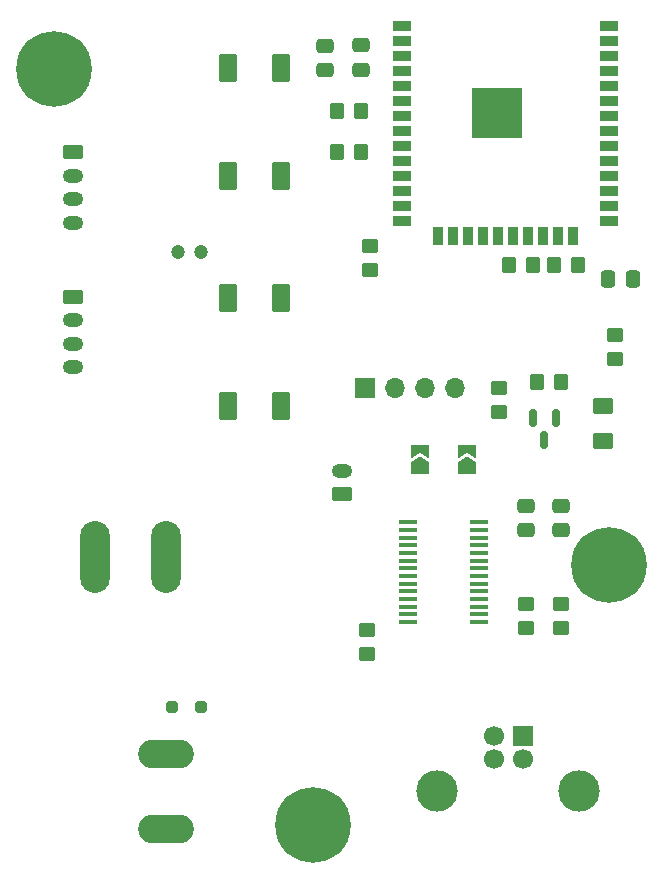
<source format=gts>
G04 #@! TF.GenerationSoftware,KiCad,Pcbnew,8.0.5+dfsg-1*
G04 #@! TF.CreationDate,2025-08-13T00:48:16+00:00*
G04 #@! TF.ProjectId,telescope,74656c65-7363-46f7-9065-2e6b69636164,rev?*
G04 #@! TF.SameCoordinates,Original*
G04 #@! TF.FileFunction,Soldermask,Top*
G04 #@! TF.FilePolarity,Negative*
%FSLAX46Y46*%
G04 Gerber Fmt 4.6, Leading zero omitted, Abs format (unit mm)*
G04 Created by KiCad (PCBNEW 8.0.5+dfsg-1) date 2025-08-13 00:48:16*
%MOMM*%
%LPD*%
G01*
G04 APERTURE LIST*
G04 Aperture macros list*
%AMRoundRect*
0 Rectangle with rounded corners*
0 $1 Rounding radius*
0 $2 $3 $4 $5 $6 $7 $8 $9 X,Y pos of 4 corners*
0 Add a 4 corners polygon primitive as box body*
4,1,4,$2,$3,$4,$5,$6,$7,$8,$9,$2,$3,0*
0 Add four circle primitives for the rounded corners*
1,1,$1+$1,$2,$3*
1,1,$1+$1,$4,$5*
1,1,$1+$1,$6,$7*
1,1,$1+$1,$8,$9*
0 Add four rect primitives between the rounded corners*
20,1,$1+$1,$2,$3,$4,$5,0*
20,1,$1+$1,$4,$5,$6,$7,0*
20,1,$1+$1,$6,$7,$8,$9,0*
20,1,$1+$1,$8,$9,$2,$3,0*%
%AMFreePoly0*
4,1,6,1.000000,0.000000,0.500000,-0.750000,-0.500000,-0.750000,-0.500000,0.750000,0.500000,0.750000,1.000000,0.000000,1.000000,0.000000,$1*%
%AMFreePoly1*
4,1,6,0.500000,-0.750000,-0.650000,-0.750000,-0.150000,0.000000,-0.650000,0.750000,0.500000,0.750000,0.500000,-0.750000,0.500000,-0.750000,$1*%
G04 Aperture macros list end*
%ADD10C,6.400000*%
%ADD11RoundRect,0.250000X0.450000X-0.350000X0.450000X0.350000X-0.450000X0.350000X-0.450000X-0.350000X0*%
%ADD12O,4.704000X2.454000*%
%ADD13RoundRect,0.250000X0.475000X-0.337500X0.475000X0.337500X-0.475000X0.337500X-0.475000X-0.337500X0*%
%ADD14RoundRect,0.250000X-0.350000X-0.450000X0.350000X-0.450000X0.350000X0.450000X-0.350000X0.450000X0*%
%ADD15RoundRect,0.102000X0.700000X-1.050000X0.700000X1.050000X-0.700000X1.050000X-0.700000X-1.050000X0*%
%ADD16RoundRect,0.250000X0.337500X0.475000X-0.337500X0.475000X-0.337500X-0.475000X0.337500X-0.475000X0*%
%ADD17FreePoly0,90.000000*%
%ADD18FreePoly1,90.000000*%
%ADD19O,2.500000X6.100000*%
%ADD20R,1.500000X0.900000*%
%ADD21R,0.900000X1.500000*%
%ADD22C,0.600000*%
%ADD23R,4.200000X4.200000*%
%ADD24RoundRect,0.250000X-0.450000X0.350000X-0.450000X-0.350000X0.450000X-0.350000X0.450000X0.350000X0*%
%ADD25RoundRect,0.250001X0.624999X-0.462499X0.624999X0.462499X-0.624999X0.462499X-0.624999X-0.462499X0*%
%ADD26C,1.200000*%
%ADD27R,1.511300X0.355600*%
%ADD28RoundRect,0.150000X-0.150000X0.587500X-0.150000X-0.587500X0.150000X-0.587500X0.150000X0.587500X0*%
%ADD29RoundRect,0.102000X-0.700000X1.050000X-0.700000X-1.050000X0.700000X-1.050000X0.700000X1.050000X0*%
%ADD30RoundRect,0.250000X-0.625000X0.350000X-0.625000X-0.350000X0.625000X-0.350000X0.625000X0.350000X0*%
%ADD31O,1.750000X1.200000*%
%ADD32R,1.700000X1.700000*%
%ADD33C,1.700000*%
%ADD34C,3.500000*%
%ADD35O,1.700000X1.700000*%
%ADD36RoundRect,0.250000X-0.250000X-0.250000X0.250000X-0.250000X0.250000X0.250000X-0.250000X0.250000X0*%
%ADD37RoundRect,0.250000X0.625000X-0.350000X0.625000X0.350000X-0.625000X0.350000X-0.625000X-0.350000X0*%
G04 APERTURE END LIST*
D10*
X231000000Y-127000000D03*
D11*
X210500000Y-134500000D03*
X210500000Y-132500000D03*
D12*
X193480000Y-142990000D03*
X193480000Y-149290000D03*
D13*
X227000000Y-124037500D03*
X227000000Y-121962500D03*
D14*
X224949000Y-111506000D03*
X226949000Y-111506000D03*
X208000000Y-92000000D03*
X210000000Y-92000000D03*
D15*
X198750000Y-113500000D03*
X198750000Y-104400000D03*
X203250000Y-113500000D03*
X203250000Y-104400000D03*
D14*
X222600000Y-101600000D03*
X224600000Y-101600000D03*
D16*
X233037500Y-102750000D03*
X230962500Y-102750000D03*
D17*
X219000000Y-118749832D03*
D18*
X219000000Y-117299832D03*
D13*
X224000000Y-124037500D03*
X224000000Y-121962500D03*
D19*
X187480000Y-126290000D03*
X193480000Y-126290000D03*
D20*
X213500000Y-81340000D03*
X213500000Y-82610000D03*
X213500000Y-83880000D03*
X213500000Y-85150000D03*
X213500000Y-86420000D03*
X213500000Y-87690000D03*
X213500000Y-88960000D03*
X213500000Y-90230000D03*
X213500000Y-91500000D03*
X213500000Y-92770000D03*
X213500000Y-94040000D03*
X213500000Y-95310000D03*
X213500000Y-96580000D03*
X213500000Y-97850000D03*
D21*
X216540000Y-99100000D03*
X217810000Y-99100000D03*
X219080000Y-99100000D03*
X220350000Y-99100000D03*
X221620000Y-99100000D03*
X222890000Y-99100000D03*
X224160000Y-99100000D03*
X225430000Y-99100000D03*
X226700000Y-99100000D03*
X227970000Y-99100000D03*
D20*
X231000000Y-97850000D03*
X231000000Y-96580000D03*
X231000000Y-95310000D03*
X231000000Y-94040000D03*
X231000000Y-92770000D03*
X231000000Y-91500000D03*
X231000000Y-90230000D03*
X231000000Y-88960000D03*
X231000000Y-87690000D03*
X231000000Y-86420000D03*
X231000000Y-85150000D03*
X231000000Y-83880000D03*
X231000000Y-82610000D03*
X231000000Y-81340000D03*
D22*
X220045000Y-87917500D03*
X220045000Y-89442500D03*
X220807500Y-87155000D03*
X220807500Y-88680000D03*
X220807500Y-90205000D03*
X221570000Y-87917500D03*
D23*
X221570000Y-88680000D03*
D22*
X221570000Y-89442500D03*
X222332500Y-87155000D03*
X222332500Y-88680000D03*
X222332500Y-90205000D03*
X223095000Y-87917500D03*
X223095000Y-89442500D03*
D10*
X184000000Y-85000000D03*
D17*
X215000000Y-118799832D03*
D18*
X215000000Y-117349832D03*
D24*
X210750000Y-100000000D03*
X210750000Y-102000000D03*
D11*
X231500000Y-109500000D03*
X231500000Y-107500000D03*
D25*
X230500000Y-116487500D03*
X230500000Y-113512500D03*
D26*
X196500000Y-100500000D03*
X194500000Y-100500000D03*
D13*
X210000000Y-85037500D03*
X210000000Y-82962500D03*
D27*
X213992900Y-123350014D03*
X213992900Y-124000000D03*
X213992900Y-124649986D03*
X213992900Y-125299972D03*
X213992900Y-125949958D03*
X213992900Y-126599944D03*
X213992900Y-127249930D03*
X213992900Y-127899916D03*
X213992900Y-128549902D03*
X213992900Y-129199888D03*
X213992900Y-129849874D03*
X213992900Y-130499860D03*
X213992900Y-131149846D03*
X213992900Y-131799832D03*
X220000000Y-131799832D03*
X220000000Y-131149846D03*
X220000000Y-130499860D03*
X220000000Y-129849874D03*
X220000000Y-129199888D03*
X220000000Y-128549902D03*
X220000000Y-127899916D03*
X220000000Y-127249930D03*
X220000000Y-126599944D03*
X220000000Y-125949958D03*
X220000000Y-125299972D03*
X220000000Y-124649986D03*
X220000000Y-124000000D03*
X220000000Y-123350014D03*
D24*
X221750000Y-112000000D03*
X221750000Y-114000000D03*
D11*
X227000000Y-132299832D03*
X227000000Y-130299832D03*
X224000000Y-132299832D03*
X224000000Y-130299832D03*
D13*
X207000000Y-85075000D03*
X207000000Y-83000000D03*
D10*
X206000000Y-149000000D03*
D28*
X226500000Y-114500000D03*
X224600000Y-114500000D03*
X225550000Y-116375000D03*
D29*
X203250000Y-84900000D03*
X203250000Y-94000000D03*
X198750000Y-84900000D03*
X198750000Y-94000000D03*
D14*
X208000000Y-88500000D03*
X210000000Y-88500000D03*
D30*
X185675000Y-92000000D03*
D31*
X185675000Y-94000000D03*
X185675000Y-96000000D03*
X185675000Y-98000000D03*
D32*
X223750000Y-141422500D03*
D33*
X221250000Y-141422500D03*
X221250000Y-143422500D03*
X223750000Y-143422500D03*
D34*
X228520000Y-146132500D03*
X216480000Y-146132500D03*
D32*
X210380000Y-112000000D03*
D35*
X212920000Y-112000000D03*
X215460000Y-112000000D03*
X218000000Y-112000000D03*
D14*
X226400000Y-101600000D03*
X228400000Y-101600000D03*
D30*
X185675000Y-104245000D03*
D31*
X185675000Y-106245000D03*
X185675000Y-108245000D03*
X185675000Y-110245000D03*
D36*
X194000000Y-139000000D03*
X196500000Y-139000000D03*
D31*
X208400000Y-119000000D03*
D37*
X208400000Y-121000000D03*
M02*

</source>
